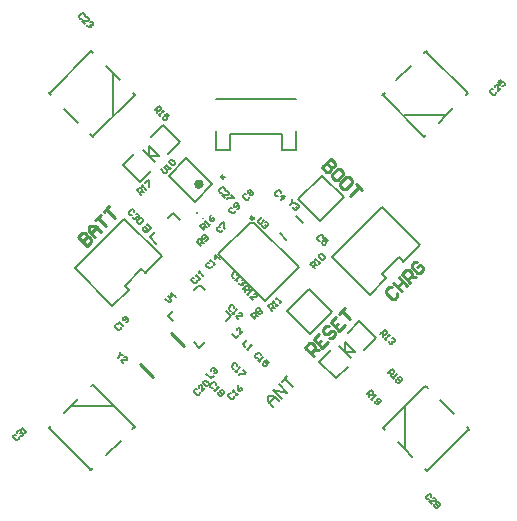
<source format=gto>
G04 Layer_Color=65535*
%FSAX24Y24*%
%MOIN*%
G70*
G01*
G75*
%ADD33C,0.0100*%
%ADD56C,0.0098*%
%ADD57C,0.0157*%
%ADD58C,0.0120*%
%ADD59C,0.0080*%
%ADD60C,0.0079*%
%ADD61C,0.0050*%
D33*
X047330Y026582D02*
X047761Y026150D01*
X046304Y025556D02*
X046736Y025125D01*
X044240Y029778D02*
X044522Y029495D01*
X044664Y029636D01*
Y029731D01*
X044617Y029778D01*
X044522D01*
X044381Y029636D01*
X044522Y029778D01*
Y029872D01*
X044475Y029919D01*
X044381D01*
X044240Y029778D01*
X044805D02*
X044617Y029966D01*
X044617Y030155D01*
X044805D01*
X044994Y029966D01*
X044852Y030108D01*
X044664Y029919D01*
X044805Y030343D02*
X044994Y030532D01*
X044899Y030437D01*
X045182Y030155D01*
X045088Y030626D02*
X045276Y030814D01*
X045182Y030720D01*
X045465Y030437D01*
X054693Y028116D02*
X054599D01*
X054504Y028022D01*
Y027927D01*
X054693Y027739D01*
X054787D01*
X054882Y027833D01*
Y027927D01*
X054740Y028257D02*
X055023Y027975D01*
X054882Y028116D01*
X055070Y028304D01*
X054929Y028446D01*
X055211Y028163D01*
X055306Y028257D02*
X055023Y028540D01*
X055164Y028681D01*
X055258D01*
X055353Y028587D01*
Y028493D01*
X055211Y028352D01*
X055306Y028446D02*
X055494D01*
X055541Y028964D02*
X055447D01*
X055353Y028870D01*
Y028776D01*
X055541Y028587D01*
X055636D01*
X055730Y028681D01*
Y028776D01*
X055636Y028870D01*
X055541Y028776D01*
X052654Y032394D02*
X052371Y032111D01*
X052513Y031970D01*
X052607D01*
X052654Y032017D01*
Y032111D01*
X052513Y032253D01*
X052654Y032111D01*
X052748D01*
X052795Y032158D01*
Y032253D01*
X052654Y032394D01*
X053078Y031970D02*
X052984Y032064D01*
X052890D01*
X052701Y031876D01*
Y031781D01*
X052795Y031687D01*
X052890D01*
X053078Y031876D01*
Y031970D01*
X053361Y031687D02*
X053267Y031781D01*
X053172D01*
X052984Y031593D01*
Y031499D01*
X053078Y031404D01*
X053172D01*
X053361Y031593D01*
Y031687D01*
X053502Y031546D02*
X053691Y031357D01*
X053597Y031452D01*
X053314Y031169D01*
X052088Y025818D02*
X051806Y026101D01*
X051947Y026242D01*
X052041D01*
X052136Y026148D01*
Y026054D01*
X051994Y025912D01*
X052088Y026007D02*
X052277D01*
Y026572D02*
X052088Y026384D01*
X052371Y026101D01*
X052560Y026289D01*
X052230Y026242D02*
X052324Y026336D01*
X052607Y026808D02*
X052513D01*
X052418Y026713D01*
Y026619D01*
X052465Y026572D01*
X052560D01*
X052654Y026666D01*
X052748D01*
X052795Y026619D01*
Y026525D01*
X052701Y026431D01*
X052607D01*
X052842Y027138D02*
X052654Y026949D01*
X052937Y026666D01*
X053125Y026855D01*
X052795Y026808D02*
X052890Y026902D01*
X052937Y027232D02*
X053125Y027420D01*
X053031Y027326D01*
X053314Y027043D01*
D56*
X049108Y031784D02*
G03*
X049108Y031784I-000049J000000D01*
G01*
D57*
X048344Y031548D02*
G03*
X048344Y031548I-000079J000000D01*
G01*
D58*
X050077Y030414D02*
G03*
X050077Y030414I-000039J000000D01*
G01*
D59*
X046622Y029798D02*
X046789Y029965D01*
X046622Y029798D02*
X046848Y029572D01*
X047238Y030414D02*
X047407Y030584D01*
X047633Y030358D01*
X054369Y030785D02*
X055626Y029528D01*
X054374Y028553D02*
X054513Y028414D01*
X054935Y029115D02*
X055074Y028975D01*
X054374Y028553D02*
X054935Y029115D01*
X053970Y027871D02*
X054513Y028414D01*
X055070Y028971D02*
X055626Y029528D01*
X052712Y029129D02*
X054369Y030785D01*
X052712Y029129D02*
X053970Y027871D01*
X045782Y030401D02*
X047039Y029143D01*
X045787Y028169D02*
X045926Y028030D01*
X046348Y028730D02*
X046487Y028591D01*
X045787Y028169D02*
X046348Y028730D01*
X045383Y027487D02*
X045926Y028030D01*
X046483Y028587D02*
X047039Y029143D01*
X044125Y028744D02*
X045782Y030401D01*
X044125Y028744D02*
X045383Y027487D01*
X047240Y032566D02*
X047630Y032956D01*
X047069Y033517D02*
X047630Y032956D01*
X046679Y033128D02*
X047069Y033517D01*
X046290Y031616D02*
X046679Y032005D01*
X045729Y032178D02*
X046290Y031616D01*
X045729Y032178D02*
X046118Y032566D01*
X046594Y032486D02*
X046792Y032288D01*
X046399Y032681D02*
X046594Y032486D01*
X046932Y032485D01*
X046596Y032821D02*
X046932Y032485D01*
X046594Y032486D02*
X046596Y032821D01*
X053135Y025945D02*
X053136Y026281D01*
X053473Y025944D01*
X053135Y025945D02*
X053473Y025944D01*
X052940Y026140D02*
X053135Y025945D01*
X053333Y025747D01*
X052270Y025637D02*
X052659Y026026D01*
X052270Y025637D02*
X052831Y025076D01*
X053220Y025464D01*
Y026587D02*
X053610Y026977D01*
X054171Y026415D01*
X053781Y026026D02*
X054171Y026415D01*
X049309Y032678D02*
Y033228D01*
X051045D01*
Y032678D02*
Y033228D01*
X048839Y034379D02*
X051518D01*
X048839Y032678D02*
Y033308D01*
Y032678D02*
X049309D01*
X051045D02*
X051518D01*
X051518Y033308D01*
X044657Y022021D02*
X044728Y022092D01*
X044643Y022035D02*
X044657Y022021D01*
X044643Y022035D02*
X044650Y022042D01*
X043271Y023421D02*
X044650Y022042D01*
X043271Y023421D02*
X043334Y023485D01*
X046043Y023396D02*
X046119Y023472D01*
X046105Y023486D02*
X046119Y023472D01*
X046105Y023486D02*
X046106Y023487D01*
X044721Y024871D02*
X046106Y023487D01*
X044658Y024808D02*
X044721Y024871D01*
X045180Y022516D02*
X045654Y022990D01*
X043752Y023916D02*
X043992Y024156D01*
X044233Y024397D01*
X043992Y024156D02*
X045406D01*
X055129Y022707D02*
Y024121D01*
X054889Y022947D02*
X055129Y022707D01*
X055369Y022466D01*
X056296Y024368D02*
X056770Y023895D01*
X054414Y023436D02*
X054477Y023373D01*
X054414Y023436D02*
X055799Y024820D01*
X055799Y024820D01*
X055814Y024834D01*
X055889Y024758D01*
X055801Y022049D02*
X055864Y021985D01*
X057243Y023364D01*
X057250Y023357D01*
X057264Y023371D01*
X057194Y023442D02*
X057264Y023371D01*
X055773Y035908D02*
X055843Y035979D01*
X055857Y035965D01*
X055850Y035958D02*
X055857Y035965D01*
X055850Y035958D02*
X057229Y034579D01*
X057165Y034515D02*
X057229Y034579D01*
X054381Y034528D02*
X054457Y034604D01*
X054381Y034528D02*
X054395Y034514D01*
X054394Y034513D02*
X054395Y034514D01*
X054394Y034513D02*
X055779Y033129D01*
X055842Y033192D01*
X054846Y035010D02*
X055320Y035484D01*
X056508Y033844D02*
X056748Y034084D01*
X056267Y033603D02*
X056508Y033844D01*
X055094D02*
X056508D01*
X045406D02*
Y035258D01*
X045647Y035017D01*
X045166Y035498D02*
X045406Y035258D01*
X043766Y034070D02*
X044240Y033596D01*
X046058Y034592D02*
X046121Y034529D01*
X044737Y033144D02*
X046121Y034529D01*
X044736Y033145D02*
X044737Y033144D01*
X044722Y033131D02*
X044736Y033145D01*
X044646Y033207D02*
X044722Y033131D01*
X044671Y035979D02*
X044735Y035916D01*
X043292Y034600D02*
X044671Y035979D01*
X043285Y034607D02*
X043292Y034600D01*
X043271Y034593D02*
X043285Y034607D01*
X043271Y034593D02*
X043342Y034523D01*
X050745Y024121D02*
X050556Y024309D01*
Y024498D01*
X050745Y024498D01*
X050933Y024309D01*
X050792Y024451D01*
X050604Y024262D01*
X051028Y024404D02*
X050745Y024686D01*
X051216Y024592D01*
X050933Y024875D01*
X051028Y024969D02*
X051216Y025158D01*
X051122Y025063D01*
X051405Y024781D01*
D60*
X047848Y032411D02*
X048711Y031548D01*
X047263Y031826D02*
X048126Y030963D01*
X048711Y031548D01*
X047263Y031826D02*
X047848Y032411D01*
X048194Y030604D02*
X048222Y030632D01*
X048389Y030409D02*
X048417Y030437D01*
X051513Y030486D02*
X051736Y030263D01*
X050956Y029929D02*
X051179Y029706D01*
X051195Y027331D02*
X051919Y028055D01*
X051195Y027331D02*
X051975Y026551D01*
X051919Y028055D02*
X052699Y027275D01*
X051975Y026551D02*
X052699Y027275D01*
X051584Y031058D02*
X052308Y030334D01*
X053088Y031114D01*
X051584Y031058D02*
X052364Y031838D01*
X053088Y031114D01*
D61*
X050109Y030273D02*
X051593Y028788D01*
X049967Y030273D02*
X050109D01*
X048906Y029212D02*
X049967Y030273D01*
X050462Y027657D02*
X051593Y028788D01*
X048906Y029212D02*
X050462Y027657D01*
X048282Y026103D02*
X048462Y026283D01*
X048103Y028034D02*
X048228Y028159D01*
X047227Y027158D02*
X047407Y027338D01*
X047227Y027158D02*
X047407Y026979D01*
X048103Y026283D02*
X048282Y026103D01*
X049158Y026979D02*
X049337Y027158D01*
X049158Y027338D02*
X049337Y027158D01*
X048337Y028159D02*
X048462Y028034D01*
X048228Y028159D02*
X048337D01*
X053856Y024545D02*
X053998Y024687D01*
X054068Y024616D01*
Y024569D01*
X054021Y024522D01*
X053974Y024522D01*
X053903Y024592D01*
X053951Y024545D02*
Y024451D01*
X053998Y024404D02*
X054045Y024357D01*
X054021Y024380D01*
X054163Y024522D01*
X054115Y024522D01*
X054139Y024310D02*
Y024262D01*
X054186Y024215D01*
X054233Y024215D01*
X054328Y024310D01*
Y024357D01*
X054280Y024404D01*
X054233Y024404D01*
X054210Y024380D01*
X054210Y024333D01*
X054280Y024262D01*
X054563Y025252D02*
X054705Y025394D01*
X054775Y025323D01*
Y025276D01*
X054728Y025229D01*
X054681Y025229D01*
X054610Y025299D01*
X054658Y025252D02*
Y025158D01*
X054705Y025111D02*
X054752Y025064D01*
X054728Y025087D01*
X054870Y025229D01*
X054823Y025229D01*
X054940Y025111D02*
X054987Y025111D01*
X055035Y025064D01*
Y025017D01*
X055011Y024993D01*
X054964D01*
X054964Y024946D01*
X054940Y024922D01*
X054893Y024922D01*
X054846Y024970D01*
Y025017D01*
X054870Y025040D01*
X054917D01*
X054917Y025087D01*
X054940Y025111D01*
X054917Y025040D02*
X054964Y024993D01*
X050992Y031251D02*
Y031298D01*
X050945Y031345D01*
X050898Y031345D01*
X050804Y031251D01*
Y031204D01*
X050851Y031157D01*
X050898Y031157D01*
X050992Y031015D02*
X051134Y031157D01*
X050992Y031157D01*
X051087Y031062D01*
X052407Y029766D02*
Y029813D01*
X052359Y029860D01*
X052312Y029860D01*
X052218Y029766D01*
Y029719D01*
X052265Y029672D01*
X052312Y029672D01*
X052572Y029648D02*
X052477Y029742D01*
X052407Y029672D01*
X052477Y029648D01*
X052501Y029625D01*
Y029578D01*
X052454Y029530D01*
X052407D01*
X052359Y029578D01*
Y029625D01*
X048954Y030131D02*
X048907D01*
X048859Y030084D01*
X048859Y030037D01*
X048954Y029943D01*
X049001D01*
X049048Y029990D01*
X049048Y030037D01*
X048977Y030202D02*
X049071Y030296D01*
X049095Y030273D01*
Y030084D01*
X049119Y030061D01*
X049838Y031227D02*
X049790D01*
X049743Y031180D01*
X049743Y031133D01*
X049838Y031039D01*
X049885D01*
X049932Y031086D01*
X049932Y031133D01*
X049885Y031274D02*
X049885Y031322D01*
X049932Y031369D01*
X049979D01*
X050002Y031345D01*
Y031298D01*
X050050D01*
X050073Y031274D01*
Y031227D01*
X050026Y031180D01*
X049979D01*
X049955Y031204D01*
Y031251D01*
X049908D01*
X049885Y031274D01*
X049955Y031251D02*
X050002Y031298D01*
X049378Y030768D02*
X049331D01*
X049284Y030721D01*
X049284Y030673D01*
X049378Y030579D01*
X049425D01*
X049472Y030626D01*
X049472Y030673D01*
X049519Y030721D02*
X049566D01*
X049614Y030768D01*
Y030815D01*
X049519Y030909D01*
X049472D01*
X049425Y030862D01*
X049425Y030815D01*
X049449Y030791D01*
X049496D01*
X049566Y030862D01*
X048105Y028434D02*
X048058D01*
X048011Y028387D01*
X048011Y028340D01*
X048105Y028246D01*
X048152D01*
X048199Y028293D01*
X048199Y028340D01*
X048270Y028364D02*
X048317Y028411D01*
X048294Y028387D01*
X048152Y028528D01*
X048152Y028481D01*
X048388D02*
X048435Y028528D01*
X048411Y028505D01*
X048270Y028646D01*
X048270Y028599D01*
X049443Y027426D02*
Y027473D01*
X049396Y027520D01*
X049349Y027520D01*
X049255Y027426D01*
Y027379D01*
X049302Y027332D01*
X049349Y027332D01*
X049372Y027261D02*
X049420Y027214D01*
X049396Y027238D01*
X049537Y027379D01*
X049490Y027379D01*
X049584Y027049D02*
X049490Y027143D01*
X049679D01*
X049702Y027167D01*
Y027214D01*
X049655Y027261D01*
X049608Y027261D01*
X049543Y028529D02*
Y028576D01*
X049496Y028623D01*
X049449Y028623D01*
X049354Y028529D01*
Y028481D01*
X049401Y028434D01*
X049449Y028434D01*
X049472Y028364D02*
X049519Y028317D01*
X049496Y028340D01*
X049637Y028481D01*
X049590Y028481D01*
X049708Y028364D02*
X049755Y028364D01*
X049802Y028317D01*
Y028269D01*
X049778Y028246D01*
X049731D01*
X049708Y028269D01*
X049731Y028246D01*
X049731Y028199D01*
X049708Y028175D01*
X049661Y028175D01*
X049614Y028222D01*
Y028269D01*
X048600Y028929D02*
X048553D01*
X048506Y028882D01*
X048506Y028835D01*
X048600Y028741D01*
X048647D01*
X048694Y028788D01*
X048694Y028835D01*
X048765Y028859D02*
X048812Y028906D01*
X048789Y028882D01*
X048647Y029023D01*
X048647Y028976D01*
X048954Y029047D02*
X048812Y029188D01*
Y029047D01*
X048906Y029141D01*
X050321Y025842D02*
Y025889D01*
X050274Y025936D01*
X050226Y025936D01*
X050132Y025842D01*
Y025794D01*
X050179Y025747D01*
X050226Y025747D01*
X050250Y025677D02*
X050297Y025630D01*
X050274Y025653D01*
X050415Y025794D01*
X050368Y025794D01*
X050603Y025606D02*
X050509Y025700D01*
X050438Y025630D01*
X050509Y025606D01*
X050533Y025582D01*
Y025535D01*
X050486Y025488D01*
X050438Y025488D01*
X050391Y025535D01*
Y025582D01*
X049343Y024581D02*
X049295D01*
X049248Y024533D01*
X049248Y024486D01*
X049343Y024392D01*
X049390D01*
X049437Y024439D01*
X049437Y024486D01*
X049507Y024510D02*
X049555Y024557D01*
X049531Y024533D01*
X049390Y024675D01*
X049390Y024628D01*
X049578Y024863D02*
X049555Y024793D01*
Y024698D01*
X049602Y024651D01*
X049649D01*
X049696Y024698D01*
X049696Y024745D01*
X049672Y024769D01*
X049625Y024769D01*
X049555Y024698D01*
X049543Y025488D02*
Y025535D01*
X049496Y025582D01*
X049449Y025582D01*
X049354Y025488D01*
Y025441D01*
X049401Y025394D01*
X049449Y025394D01*
X049472Y025323D02*
X049519Y025276D01*
X049496Y025300D01*
X049637Y025441D01*
X049590Y025441D01*
X049731Y025347D02*
X049826Y025252D01*
X049802Y025229D01*
X049614D01*
X049590Y025205D01*
X048836Y024852D02*
Y024899D01*
X048789Y024946D01*
X048741Y024946D01*
X048647Y024852D01*
Y024805D01*
X048694Y024757D01*
X048741Y024757D01*
X048765Y024687D02*
X048812Y024640D01*
X048789Y024663D01*
X048930Y024805D01*
X048883Y024805D01*
X049001Y024687D02*
X049048Y024687D01*
X049095Y024640D01*
Y024592D01*
X049071Y024569D01*
X049024D01*
X049024Y024522D01*
X049001Y024498D01*
X048954Y024498D01*
X048906Y024545D01*
Y024592D01*
X048930Y024616D01*
X048977D01*
X048977Y024663D01*
X049001Y024687D01*
X048977Y024616D02*
X049024Y024569D01*
X045560Y026879D02*
X045512D01*
X045465Y026831D01*
X045465Y026784D01*
X045560Y026690D01*
X045607D01*
X045654Y026737D01*
X045654Y026784D01*
X045724Y026808D02*
X045772Y026855D01*
X045748Y026831D01*
X045607Y026973D01*
X045607Y026926D01*
X045819Y026949D02*
X045866D01*
X045913Y026996D01*
X045913Y027044D01*
X045819Y027138D01*
X045772D01*
X045724Y027091D01*
X045724Y027044D01*
X045748Y027020D01*
X045795Y027020D01*
X045866Y027091D01*
X048211Y024722D02*
X048164D01*
X048117Y024675D01*
X048117Y024628D01*
X048211Y024533D01*
X048258D01*
X048305Y024581D01*
X048305Y024628D01*
X048470Y024746D02*
X048376Y024651D01*
Y024840D01*
X048353Y024863D01*
X048305D01*
X048258Y024816D01*
X048258Y024769D01*
X048400Y024910D02*
Y024958D01*
X048447Y025005D01*
X048494D01*
X048588Y024910D01*
X048588Y024863D01*
X048541Y024816D01*
X048494D01*
X048400Y024910D01*
X044452Y037155D02*
Y037202D01*
X044405Y037250D01*
X044357Y037250D01*
X044263Y037155D01*
Y037108D01*
X044310Y037061D01*
X044357Y037061D01*
X044475Y036896D02*
X044381Y036990D01*
X044569D01*
X044593Y037014D01*
Y037061D01*
X044546Y037108D01*
X044499Y037108D01*
X044640Y036967D02*
X044687D01*
X044734Y036920D01*
Y036873D01*
X044711Y036849D01*
X044664D01*
X044640Y036873D01*
X044664Y036849D01*
X044664Y036802D01*
X044640Y036778D01*
X044593Y036778D01*
X044546Y036825D01*
Y036873D01*
X058075Y034727D02*
X058028D01*
X057981Y034680D01*
X057981Y034633D01*
X058075Y034539D01*
X058122D01*
X058170Y034586D01*
X058170Y034633D01*
X058335Y034751D02*
X058240Y034657D01*
Y034845D01*
X058217Y034869D01*
X058170D01*
X058122Y034822D01*
X058122Y034775D01*
X058335Y035034D02*
X058240Y034940D01*
X058311Y034869D01*
X058335Y034940D01*
X058358Y034963D01*
X058405D01*
X058452Y034916D01*
X058452Y034869D01*
X058405Y034822D01*
X058358D01*
X049119Y031357D02*
Y031404D01*
X049071Y031451D01*
X049024Y031451D01*
X048930Y031357D01*
Y031310D01*
X048977Y031263D01*
X049024Y031263D01*
X049142Y031098D02*
X049048Y031192D01*
X049236D01*
X049260Y031216D01*
Y031263D01*
X049213Y031310D01*
X049166Y031310D01*
X049331Y031192D02*
X049425Y031098D01*
X049401Y031074D01*
X049213D01*
X049189Y031051D01*
X056013Y021139D02*
Y021186D01*
X055966Y021234D01*
X055919Y021234D01*
X055824Y021139D01*
Y021092D01*
X055871Y021045D01*
X055919Y021045D01*
X056036Y020880D02*
X055942Y020974D01*
X056131D01*
X056154Y020998D01*
Y021045D01*
X056107Y021092D01*
X056060Y021092D01*
X056201Y020951D02*
X056248D01*
X056296Y020904D01*
Y020857D01*
X056272Y020833D01*
X056225D01*
X056225Y020786D01*
X056201Y020762D01*
X056154Y020762D01*
X056107Y020809D01*
Y020857D01*
X056131Y020880D01*
X056178D01*
X056178Y020927D01*
X056201Y020951D01*
X056178Y020880D02*
X056225Y020833D01*
X046113Y030615D02*
Y030662D01*
X046066Y030709D01*
X046019Y030709D01*
X045925Y030615D01*
Y030567D01*
X045972Y030520D01*
X046019Y030520D01*
X046160Y030567D02*
X046208Y030567D01*
X046255Y030520D01*
Y030473D01*
X046231Y030450D01*
X046184D01*
X046160Y030473D01*
X046184Y030450D01*
Y030402D01*
X046160Y030379D01*
X046113D01*
X046066Y030426D01*
Y030473D01*
X046302Y030426D02*
X046349D01*
X046396Y030379D01*
Y030332D01*
X046302Y030238D01*
X046255Y030238D01*
X046208Y030285D01*
Y030332D01*
X046302Y030426D01*
X042165Y023202D02*
X042118D01*
X042071Y023155D01*
X042071Y023107D01*
X042165Y023013D01*
X042213D01*
X042260Y023060D01*
X042260Y023107D01*
X042213Y023249D02*
X042213Y023296D01*
X042260Y023343D01*
X042307D01*
X042330Y023319D01*
Y023272D01*
X042307Y023249D01*
X042330Y023272D01*
X042377D01*
X042401Y023249D01*
Y023202D01*
X042354Y023155D01*
X042307D01*
X042472Y023272D02*
X042519Y023319D01*
X042495Y023296D01*
X042354Y023437D01*
Y023390D01*
X049861Y026348D02*
X049720Y026207D01*
X049814Y026113D01*
X049861Y026066D02*
X049908Y026018D01*
X049885Y026042D01*
X050026Y026183D01*
X049979Y026183D01*
X049366Y026560D02*
X049508Y026419D01*
X049602Y026513D01*
X049743Y026655D02*
X049649Y026560D01*
Y026749D01*
X049625Y026772D01*
X049578D01*
X049531Y026725D01*
X049531Y026678D01*
X048518Y025217D02*
X048659Y025076D01*
X048753Y025170D01*
X048683Y025335D02*
X048683Y025382D01*
X048730Y025429D01*
X048777D01*
X048800Y025405D01*
Y025358D01*
X048777Y025335D01*
X048800Y025358D01*
X048848D01*
X048871Y025335D01*
Y025288D01*
X048824Y025240D01*
X048777D01*
X046573Y030037D02*
X046479Y030131D01*
X046432D01*
X046385Y030084D01*
X046385Y030037D01*
X046479Y029943D01*
X046526D01*
X046573Y029990D01*
X046502Y030013D02*
X046597D01*
X046573Y029990D02*
X046573Y030037D01*
X046644Y030061D02*
X046691Y030108D01*
X046667Y030084D01*
X046526Y030226D01*
X046526Y030178D01*
X050144Y027055D02*
X050003Y027197D01*
X050073Y027268D01*
X050120D01*
X050167Y027220D01*
X050167Y027173D01*
X050097Y027103D01*
X050144Y027150D02*
X050238D01*
X050167Y027315D02*
X050167Y027362D01*
X050215Y027409D01*
X050262D01*
X050285Y027385D01*
Y027338D01*
X050332D01*
X050356Y027315D01*
Y027268D01*
X050309Y027220D01*
X050262D01*
X050238Y027244D01*
Y027291D01*
X050191D01*
X050167Y027315D01*
X050238Y027291D02*
X050285Y027338D01*
X048341Y029495D02*
X048199Y029636D01*
X048270Y029707D01*
X048317D01*
X048364Y029660D01*
X048364Y029613D01*
X048294Y029542D01*
X048341Y029589D02*
X048435D01*
X048459Y029660D02*
X048506D01*
X048553Y029707D01*
Y029754D01*
X048459Y029848D01*
X048411D01*
X048364Y029801D01*
X048364Y029754D01*
X048388Y029731D01*
X048435D01*
X048506Y029801D01*
X052124Y028753D02*
X051982Y028894D01*
X052053Y028965D01*
X052100D01*
X052147Y028917D01*
X052147Y028870D01*
X052077Y028800D01*
X052124Y028847D02*
X052218D01*
X052265Y028894D02*
X052312Y028941D01*
X052289Y028917D01*
X052147Y029059D01*
X052147Y029012D01*
X052265Y029130D02*
X052265Y029177D01*
X052312Y029224D01*
X052359D01*
X052454Y029130D01*
X052454Y029082D01*
X052407Y029035D01*
X052359D01*
X052265Y029130D01*
X050710Y027338D02*
X050568Y027480D01*
X050639Y027550D01*
X050686D01*
X050733Y027503D01*
X050733Y027456D01*
X050662Y027385D01*
X050710Y027433D02*
X050804D01*
X050851Y027480D02*
X050898Y027527D01*
X050875Y027503D01*
X050733Y027645D01*
X050733Y027597D01*
X050969D02*
X051016Y027645D01*
X050992Y027621D01*
X050851Y027762D01*
X050851Y027715D01*
X049720Y028045D02*
X049861Y028187D01*
X049932Y028116D01*
Y028069D01*
X049885Y028022D01*
X049837Y028022D01*
X049767Y028093D01*
X049814Y028045D02*
Y027951D01*
X049861Y027904D02*
X049908Y027857D01*
X049885Y027880D01*
X050026Y028022D01*
X049979Y028022D01*
X050073Y027692D02*
X049979Y027786D01*
X050167D01*
X050191Y027810D01*
Y027857D01*
X050144Y027904D01*
X050097Y027904D01*
X054316Y026560D02*
X054457Y026702D01*
X054528Y026631D01*
Y026584D01*
X054481Y026537D01*
X054434Y026537D01*
X054363Y026608D01*
X054410Y026560D02*
Y026466D01*
X054457Y026419D02*
X054504Y026372D01*
X054481Y026396D01*
X054622Y026537D01*
X054575Y026537D01*
X054693Y026419D02*
X054740Y026419D01*
X054787Y026372D01*
Y026325D01*
X054764Y026301D01*
X054716D01*
X054693Y026325D01*
X054716Y026301D01*
X054716Y026254D01*
X054693Y026231D01*
X054646Y026231D01*
X054599Y026278D01*
Y026325D01*
X046785Y034020D02*
X046927Y034162D01*
X046997Y034091D01*
Y034044D01*
X046950Y033997D01*
X046903Y033997D01*
X046832Y034068D01*
X046879Y034020D02*
Y033926D01*
X046927Y033879D02*
X046974Y033832D01*
X046950Y033856D01*
X047091Y033997D01*
X047044Y033997D01*
X047280Y033808D02*
X047186Y033903D01*
X047115Y033832D01*
X047186Y033808D01*
X047209Y033785D01*
Y033738D01*
X047162Y033691D01*
X047115Y033691D01*
X047068Y033738D01*
Y033785D01*
X048447Y030025D02*
X048306Y030167D01*
X048376Y030237D01*
X048423D01*
X048470Y030190D01*
X048470Y030143D01*
X048400Y030072D01*
X048447Y030120D02*
X048541D01*
X048588Y030167D02*
X048635Y030214D01*
X048612Y030190D01*
X048470Y030332D01*
X048470Y030284D01*
X048659Y030520D02*
X048635Y030449D01*
Y030355D01*
X048682Y030308D01*
X048730D01*
X048777Y030355D01*
X048777Y030402D01*
X048753Y030426D01*
X048706Y030426D01*
X048635Y030355D01*
X046350Y031203D02*
X046208Y031345D01*
X046279Y031415D01*
X046326D01*
X046373Y031368D01*
X046373Y031321D01*
X046303Y031250D01*
X046350Y031297D02*
X046444D01*
X046491Y031345D02*
X046538Y031392D01*
X046515Y031368D01*
X046373Y031509D01*
X046373Y031462D01*
X046468Y031604D02*
X046562Y031698D01*
X046585Y031674D01*
Y031486D01*
X046609Y031462D01*
X050356Y030450D02*
X050238Y030332D01*
Y030285D01*
X050285Y030237D01*
X050332Y030237D01*
X050450Y030355D01*
X050474Y030285D02*
X050521Y030285D01*
X050568Y030237D01*
Y030190D01*
X050545Y030167D01*
X050497D01*
X050474Y030190D01*
X050497Y030167D01*
Y030120D01*
X050474Y030096D01*
X050427D01*
X050380Y030143D01*
Y030190D01*
X047139Y027727D02*
X047257Y027609D01*
X047304D01*
X047351Y027656D01*
X047351Y027704D01*
X047233Y027821D01*
X047492Y027798D02*
X047351Y027939D01*
X047351Y027798D01*
X047445Y027892D01*
X046997Y032041D02*
X047115Y031923D01*
X047162D01*
X047209Y031970D01*
X047209Y032017D01*
X047092Y032135D01*
X047280Y032041D02*
X047327Y032088D01*
X047304Y032064D01*
X047162Y032205D01*
X047162Y032158D01*
X047280Y032276D02*
X047280Y032323D01*
X047327Y032370D01*
X047374D01*
X047469Y032276D01*
X047469Y032229D01*
X047421Y032182D01*
X047374D01*
X047280Y032276D01*
X045654Y025959D02*
X045630Y025936D01*
Y025842D01*
X045724D01*
X045748Y025865D01*
X045630Y025842D02*
X045560Y025771D01*
X045748Y025582D02*
X045654Y025677D01*
X045842D01*
X045866Y025700D01*
Y025747D01*
X045819Y025794D01*
X045772Y025794D01*
X051381Y031051D02*
X051358Y031027D01*
Y030933D01*
X051452D01*
X051476Y030956D01*
X051358Y030933D02*
X051287Y030862D01*
X051499Y030886D02*
X051546Y030886D01*
X051593Y030838D01*
Y030791D01*
X051570Y030768D01*
X051523D01*
X051499Y030791D01*
X051523Y030768D01*
Y030721D01*
X051499Y030697D01*
X051452D01*
X051405Y030744D01*
Y030791D01*
M02*

</source>
